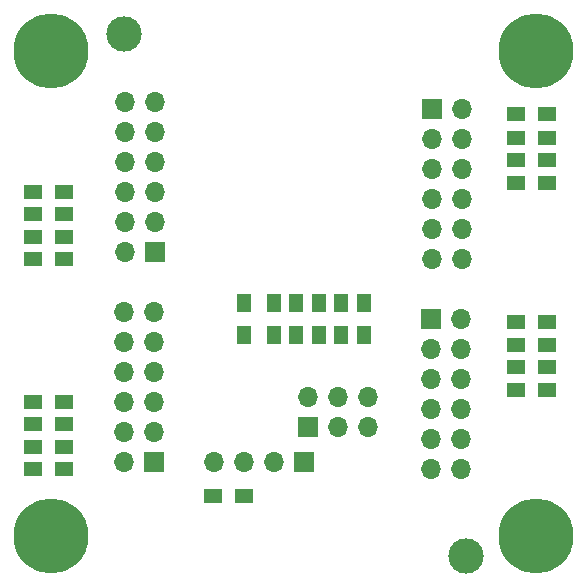
<source format=gbs>
%TF.GenerationSoftware,KiCad,Pcbnew,(6.0.1)*%
%TF.CreationDate,2022-05-17T18:17:59-04:00*%
%TF.ProjectId,I2C-RPT-08,4932432d-5250-4542-9d30-382e6b696361,2*%
%TF.SameCoordinates,Original*%
%TF.FileFunction,Soldermask,Bot*%
%TF.FilePolarity,Negative*%
%FSLAX46Y46*%
G04 Gerber Fmt 4.6, Leading zero omitted, Abs format (unit mm)*
G04 Created by KiCad (PCBNEW (6.0.1)) date 2022-05-17 18:17:59*
%MOMM*%
%LPD*%
G01*
G04 APERTURE LIST*
%ADD10C,6.350000*%
%ADD11R,1.700000X1.700000*%
%ADD12O,1.700000X1.700000*%
%ADD13C,3.000000*%
%ADD14R,1.500000X1.300000*%
%ADD15R,1.300000X1.500000*%
G04 APERTURE END LIST*
D10*
%TO.C,MTG1*%
X159000000Y-84000000D03*
%TD*%
%TO.C,MTG3*%
X200000000Y-84000000D03*
%TD*%
%TO.C,MTG2*%
X159000000Y-125000000D03*
%TD*%
%TO.C,MTG4*%
X200000000Y-125000000D03*
%TD*%
D11*
%TO.C,J1*%
X180340000Y-118745000D03*
D12*
X177800000Y-118745000D03*
X175260000Y-118745000D03*
X172720000Y-118745000D03*
%TD*%
D11*
%TO.C,H9*%
X180721000Y-115824000D03*
D12*
X180721000Y-113284000D03*
X183261000Y-115824000D03*
X183261000Y-113284000D03*
X185801000Y-115824000D03*
X185801000Y-113284000D03*
%TD*%
D11*
%TO.C,J3*%
X191200000Y-88900000D03*
D12*
X193740000Y-88900000D03*
X191200000Y-91440000D03*
X193740000Y-91440000D03*
X191200000Y-93980000D03*
X193740000Y-93980000D03*
X191200000Y-96520000D03*
X193740000Y-96520000D03*
X191200000Y-99060000D03*
X193740000Y-99060000D03*
X191200000Y-101600000D03*
X193740000Y-101600000D03*
%TD*%
D11*
%TO.C,J5*%
X167640000Y-118745000D03*
D12*
X165100000Y-118745000D03*
X167640000Y-116205000D03*
X165100000Y-116205000D03*
X167640000Y-113665000D03*
X165100000Y-113665000D03*
X167640000Y-111125000D03*
X165100000Y-111125000D03*
X167640000Y-108585000D03*
X165100000Y-108585000D03*
X167640000Y-106045000D03*
X165100000Y-106045000D03*
%TD*%
D11*
%TO.C,J2*%
X191135000Y-106680000D03*
D12*
X193675000Y-106680000D03*
X191135000Y-109220000D03*
X193675000Y-109220000D03*
X191135000Y-111760000D03*
X193675000Y-111760000D03*
X191135000Y-114300000D03*
X193675000Y-114300000D03*
X191135000Y-116840000D03*
X193675000Y-116840000D03*
X191135000Y-119380000D03*
X193675000Y-119380000D03*
%TD*%
D11*
%TO.C,J4*%
X167767000Y-100965000D03*
D12*
X165227000Y-100965000D03*
X167767000Y-98425000D03*
X165227000Y-98425000D03*
X167767000Y-95885000D03*
X165227000Y-95885000D03*
X167767000Y-93345000D03*
X165227000Y-93345000D03*
X167767000Y-90805000D03*
X165227000Y-90805000D03*
X167767000Y-88265000D03*
X165227000Y-88265000D03*
%TD*%
D13*
%TO.C,FID1*%
X194056000Y-126746000D03*
%TD*%
%TO.C,FID2*%
X165100000Y-82550000D03*
%TD*%
D14*
%TO.C,R12*%
X198294000Y-89281000D03*
X200994000Y-89281000D03*
%TD*%
%TO.C,R15*%
X198294000Y-95123000D03*
X200994000Y-95123000D03*
%TD*%
%TO.C,R13*%
X198294000Y-91313000D03*
X200994000Y-91313000D03*
%TD*%
%TO.C,R6*%
X160100000Y-99695000D03*
X157400000Y-99695000D03*
%TD*%
%TO.C,R4*%
X160100000Y-95885000D03*
X157400000Y-95885000D03*
%TD*%
%TO.C,R16*%
X198294000Y-106934000D03*
X200994000Y-106934000D03*
%TD*%
%TO.C,R19*%
X198294000Y-112649000D03*
X200994000Y-112649000D03*
%TD*%
%TO.C,R11*%
X160100000Y-119380000D03*
X157400000Y-119380000D03*
%TD*%
%TO.C,R14*%
X198294000Y-93218000D03*
X200994000Y-93218000D03*
%TD*%
D15*
%TO.C,R3*%
X177800000Y-105330000D03*
X177800000Y-108030000D03*
%TD*%
D14*
%TO.C,R18*%
X198294000Y-110744000D03*
X200994000Y-110744000D03*
%TD*%
%TO.C,R5*%
X160100000Y-97790000D03*
X157400000Y-97790000D03*
%TD*%
%TO.C,R7*%
X160100000Y-101600000D03*
X157400000Y-101600000D03*
%TD*%
D15*
%TO.C,R2*%
X179705000Y-105330000D03*
X179705000Y-108030000D03*
%TD*%
D14*
%TO.C,R17*%
X198294000Y-108839000D03*
X200994000Y-108839000D03*
%TD*%
%TO.C,C1*%
X175340000Y-121666000D03*
X172640000Y-121666000D03*
%TD*%
%TO.C,R8*%
X160100000Y-113665000D03*
X157400000Y-113665000D03*
%TD*%
%TO.C,R10*%
X160100000Y-117475000D03*
X157400000Y-117475000D03*
%TD*%
%TO.C,R9*%
X160100000Y-115570000D03*
X157400000Y-115570000D03*
%TD*%
D15*
%TO.C,R1*%
X181610000Y-105330000D03*
X181610000Y-108030000D03*
%TD*%
%TO.C,R20*%
X185420000Y-105330000D03*
X185420000Y-108030000D03*
%TD*%
%TO.C,R21*%
X183515000Y-105330000D03*
X183515000Y-108030000D03*
%TD*%
%TO.C,R22*%
X175260000Y-105330000D03*
X175260000Y-108030000D03*
%TD*%
M02*

</source>
